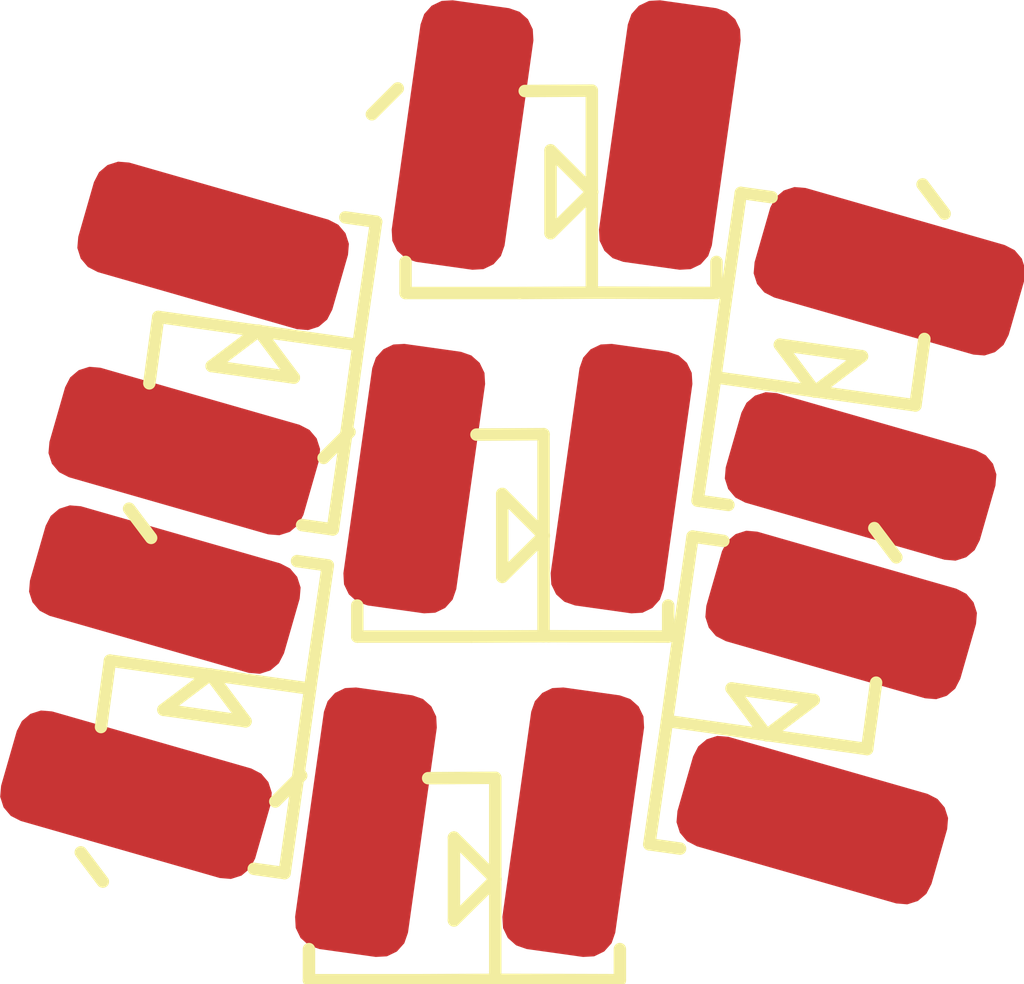
<source format=kicad_pcb>
(kicad_pcb (version 20221018) (generator pcbnew)
  (layers (0 "F.Cu" signal) (31 "B.Cu" signal) (34 "B.Paste" user) (35 "F.Paste" user) (36 "B.SilkS" user "B.Silkscreen") (37 "F.SilkS" user "F.Silkscreen") (38 "B.Mask" user) (39 "F.Mask" user) (44 "Edge.Cuts" user))
  (net 0 "")
  (footprint "Heptachron-Lib:CREE-PLCC2-angled" (layer "F.Cu") (at 148.466 96.683)
    (fp_text reference "D_A1" hide)
    (fp_text value "CLM" hide)
    (fp_line (start -1.575 -0.975) (end -1.825 -0.725) (stroke (width 0.12)) (layer "F.SilkS"))
    (fp_line (start -1.5 1) (end -1.5 0.7) (stroke (width 0.12)) (layer "F.SilkS"))
    (fp_line (start -0.4 1) (end -1.5 1) (stroke (width 0.12)) (layer "F.SilkS"))
    (fp_line (start -0.100922 -0.376844) (end 0.297386 0.021464) (stroke (width 0.12)) (layer "F.SilkS"))
    (fp_line (start -0.100922 0.423156) (end -0.100922 -0.376844) (stroke (width 0.12)) (layer "F.SilkS"))
    (fp_line (start 0.297386 -0.953536) (end -0.35 -0.95) (stroke (width 0.12)) (layer "F.SilkS"))
    (fp_line (start 0.297386 -0.953536) (end 0.297386 0.996464) (stroke (width 0.12)) (layer "F.SilkS"))
    (fp_line (start 0.300922 0.025) (end -0.100922 0.423156) (stroke (width 0.12)) (layer "F.SilkS"))
    (fp_line (start 0.346464 0.996464) (end -0.4 1) (stroke (width 0.12)) (layer "F.SilkS"))
    (fp_line (start 0.346464 0.996464) (end 1.5 1) (stroke (width 0.12)) (layer "F.SilkS"))
    (fp_line (start 1.5 1) (end 1.5 0.7) (stroke (width 0.12)) (layer "F.SilkS"))
    (pad "A" smd roundrect (at -0.95 -0.525 82) (size 2.55 1.1) (layers "F.Cu" "F.Paste" "F.Mask"))
    (pad "K" smd roundrect (at 1.05 -0.525 82) (size 2.55 1.1) (layers "F.Cu" "F.Paste" "F.Mask"))
  )
  (footprint "Heptachron-Lib:CREE-PLCC2-angled" (layer "F.Cu") (at 150.983 98.341 -98)
    (fp_text reference "D_B1" hide)
    (fp_text value "CLM" hide)
    (fp_line (start -1.575 -0.975) (end -1.825 -0.725) (stroke (width 0.12)) (layer "F.SilkS"))
    (fp_line (start -1.5 1) (end -1.5 0.7) (stroke (width 0.12)) (layer "F.SilkS"))
    (fp_line (start -0.4 1) (end -1.5 1) (stroke (width 0.12)) (layer "F.SilkS"))
    (fp_line (start -0.100922 -0.376844) (end 0.297386 0.021464) (stroke (width 0.12)) (layer "F.SilkS"))
    (fp_line (start -0.100922 0.423156) (end -0.100922 -0.376844) (stroke (width 0.12)) (layer "F.SilkS"))
    (fp_line (start 0.297386 -0.953536) (end -0.35 -0.95) (stroke (width 0.12)) (layer "F.SilkS"))
    (fp_line (start 0.297386 -0.953536) (end 0.297386 0.996464) (stroke (width 0.12)) (layer "F.SilkS"))
    (fp_line (start 0.300922 0.025) (end -0.100922 0.423156) (stroke (width 0.12)) (layer "F.SilkS"))
    (fp_line (start 0.346464 0.996464) (end -0.4 1) (stroke (width 0.12)) (layer "F.SilkS"))
    (fp_line (start 0.346464 0.996464) (end 1.5 1) (stroke (width 0.12)) (layer "F.SilkS"))
    (fp_line (start 1.5 1) (end 1.5 0.7) (stroke (width 0.12)) (layer "F.SilkS"))
    (pad "A" smd roundrect (at -0.95 -0.525 344) (size 2.55 1.1) (layers "F.Cu" "F.Paste" "F.Mask"))
    (pad "K" smd roundrect (at 1.05 -0.525 344) (size 2.55 1.1) (layers "F.Cu" "F.Paste" "F.Mask"))
  )
  (footprint "Heptachron-Lib:CREE-PLCC2-angled" (layer "F.Cu") (at 145.017 101.659 82)
    (fp_text reference "D_E1" hide)
    (fp_text value "CLM" hide)
    (fp_line (start -1.575 -0.975) (end -1.825 -0.725) (stroke (width 0.12)) (layer "F.SilkS"))
    (fp_line (start -1.5 1) (end -1.5 0.7) (stroke (width 0.12)) (layer "F.SilkS"))
    (fp_line (start -0.4 1) (end -1.5 1) (stroke (width 0.12)) (layer "F.SilkS"))
    (fp_line (start -0.100922 -0.376844) (end 0.297386 0.021464) (stroke (width 0.12)) (layer "F.SilkS"))
    (fp_line (start -0.100922 0.423156) (end -0.100922 -0.376844) (stroke (width 0.12)) (layer "F.SilkS"))
    (fp_line (start 0.297386 -0.953536) (end -0.35 -0.95) (stroke (width 0.12)) (layer "F.SilkS"))
    (fp_line (start 0.297386 -0.953536) (end 0.297386 0.996464) (stroke (width 0.12)) (layer "F.SilkS"))
    (fp_line (start 0.300922 0.025) (end -0.100922 0.423156) (stroke (width 0.12)) (layer "F.SilkS"))
    (fp_line (start 0.346464 0.996464) (end -0.4 1) (stroke (width 0.12)) (layer "F.SilkS"))
    (fp_line (start 0.346464 0.996464) (end 1.5 1) (stroke (width 0.12)) (layer "F.SilkS"))
    (fp_line (start 1.5 1) (end 1.5 0.7) (stroke (width 0.12)) (layer "F.SilkS"))
    (pad "A" smd roundrect (at -0.95 -0.525 164) (size 2.55 1.1) (layers "F.Cu" "F.Paste" "F.Mask"))
    (pad "K" smd roundrect (at 1.05 -0.525 164) (size 2.55 1.1) (layers "F.Cu" "F.Paste" "F.Mask"))
  )
  (footprint "Heptachron-Lib:CREE-PLCC2-angled" (layer "F.Cu") (at 147.534 103.317)
    (fp_text reference "D_D1" hide)
    (fp_text value "CLM" hide)
    (fp_line (start -1.575 -0.975) (end -1.825 -0.725) (stroke (width 0.12)) (layer "F.SilkS"))
    (fp_line (start -1.5 1) (end -1.5 0.7) (stroke (width 0.12)) (layer "F.SilkS"))
    (fp_line (start -0.4 1) (end -1.5 1) (stroke (width 0.12)) (layer "F.SilkS"))
    (fp_line (start -0.100922 -0.376844) (end 0.297386 0.021464) (stroke (width 0.12)) (layer "F.SilkS"))
    (fp_line (start -0.100922 0.423156) (end -0.100922 -0.376844) (stroke (width 0.12)) (layer "F.SilkS"))
    (fp_line (start 0.297386 -0.953536) (end -0.35 -0.95) (stroke (width 0.12)) (layer "F.SilkS"))
    (fp_line (start 0.297386 -0.953536) (end 0.297386 0.996464) (stroke (width 0.12)) (layer "F.SilkS"))
    (fp_line (start 0.300922 0.025) (end -0.100922 0.423156) (stroke (width 0.12)) (layer "F.SilkS"))
    (fp_line (start 0.346464 0.996464) (end -0.4 1) (stroke (width 0.12)) (layer "F.SilkS"))
    (fp_line (start 0.346464 0.996464) (end 1.5 1) (stroke (width 0.12)) (layer "F.SilkS"))
    (fp_line (start 1.5 1) (end 1.5 0.7) (stroke (width 0.12)) (layer "F.SilkS"))
    (pad "A" smd roundrect (at -0.95 -0.525 82) (size 2.55 1.1) (layers "F.Cu" "F.Paste" "F.Mask"))
    (pad "K" smd roundrect (at 1.05 -0.525 82) (size 2.55 1.1) (layers "F.Cu" "F.Paste" "F.Mask"))
  )
  (footprint "Heptachron-Lib:CREE-PLCC2-angled" (layer "F.Cu") (at 145.483 98.341 82)
    (fp_text reference "D_F1" hide)
    (fp_text value "CLM" hide)
    (fp_line (start -1.575 -0.975) (end -1.825 -0.725) (stroke (width 0.12)) (layer "F.SilkS"))
    (fp_line (start -1.5 1) (end -1.5 0.7) (stroke (width 0.12)) (layer "F.SilkS"))
    (fp_line (start -0.4 1) (end -1.5 1) (stroke (width 0.12)) (layer "F.SilkS"))
    (fp_line (start -0.100922 -0.376844) (end 0.297386 0.021464) (stroke (width 0.12)) (layer "F.SilkS"))
    (fp_line (start -0.100922 0.423156) (end -0.100922 -0.376844) (stroke (width 0.12)) (layer "F.SilkS"))
    (fp_line (start 0.297386 -0.953536) (end -0.35 -0.95) (stroke (width 0.12)) (layer "F.SilkS"))
    (fp_line (start 0.297386 -0.953536) (end 0.297386 0.996464) (stroke (width 0.12)) (layer "F.SilkS"))
    (fp_line (start 0.300922 0.025) (end -0.100922 0.423156) (stroke (width 0.12)) (layer "F.SilkS"))
    (fp_line (start 0.346464 0.996464) (end -0.4 1) (stroke (width 0.12)) (layer "F.SilkS"))
    (fp_line (start 0.346464 0.996464) (end 1.5 1) (stroke (width 0.12)) (layer "F.SilkS"))
    (fp_line (start 1.5 1) (end 1.5 0.7) (stroke (width 0.12)) (layer "F.SilkS"))
    (pad "A" smd roundrect (at -0.95 -0.525 164) (size 2.55 1.1) (layers "F.Cu" "F.Paste" "F.Mask"))
    (pad "K" smd roundrect (at 1.05 -0.525 164) (size 2.55 1.1) (layers "F.Cu" "F.Paste" "F.Mask"))
  )
  (footprint "Heptachron-Lib:CREE-PLCC2-angled" (layer "F.Cu") (at 150.517 101.659 -98)
    (fp_text reference "D_C1" hide)
    (fp_text value "CLM" hide)
    (fp_line (start -1.575 -0.975) (end -1.825 -0.725) (stroke (width 0.12)) (layer "F.SilkS"))
    (fp_line (start -1.5 1) (end -1.5 0.7) (stroke (width 0.12)) (layer "F.SilkS"))
    (fp_line (start -0.4 1) (end -1.5 1) (stroke (width 0.12)) (layer "F.SilkS"))
    (fp_line (start -0.100922 -0.376844) (end 0.297386 0.021464) (stroke (width 0.12)) (layer "F.SilkS"))
    (fp_line (start -0.100922 0.423156) (end -0.100922 -0.376844) (stroke (width 0.12)) (layer "F.SilkS"))
    (fp_line (start 0.297386 -0.953536) (end -0.35 -0.95) (stroke (width 0.12)) (layer "F.SilkS"))
    (fp_line (start 0.297386 -0.953536) (end 0.297386 0.996464) (stroke (width 0.12)) (layer "F.SilkS"))
    (fp_line (start 0.300922 0.025) (end -0.100922 0.423156) (stroke (width 0.12)) (layer "F.SilkS"))
    (fp_line (start 0.346464 0.996464) (end -0.4 1) (stroke (width 0.12)) (layer "F.SilkS"))
    (fp_line (start 0.346464 0.996464) (end 1.5 1) (stroke (width 0.12)) (layer "F.SilkS"))
    (fp_line (start 1.5 1) (end 1.5 0.7) (stroke (width 0.12)) (layer "F.SilkS"))
    (pad "A" smd roundrect (at -0.95 -0.525 344) (size 2.55 1.1) (layers "F.Cu" "F.Paste" "F.Mask"))
    (pad "K" smd roundrect (at 1.05 -0.525 344) (size 2.55 1.1) (layers "F.Cu" "F.Paste" "F.Mask"))
  )
  (footprint "Heptachron-Lib:CREE-PLCC2-angled" (layer "F.Cu") (at 148 100)
    (fp_text reference "D_G1" hide)
    (fp_text value "CLM" hide)
    (fp_line (start -1.575 -0.975) (end -1.825 -0.725) (stroke (width 0.12)) (layer "F.SilkS"))
    (fp_line (start -1.5 1) (end -1.5 0.7) (stroke (width 0.12)) (layer "F.SilkS"))
    (fp_line (start -0.4 1) (end -1.5 1) (stroke (width 0.12)) (layer "F.SilkS"))
    (fp_line (start -0.100922 -0.376844) (end 0.297386 0.021464) (stroke (width 0.12)) (layer "F.SilkS"))
    (fp_line (start -0.100922 0.423156) (end -0.100922 -0.376844) (stroke (width 0.12)) (layer "F.SilkS"))
    (fp_line (start 0.297386 -0.953536) (end -0.35 -0.95) (stroke (width 0.12)) (layer "F.SilkS"))
    (fp_line (start 0.297386 -0.953536) (end 0.297386 0.996464) (stroke (width 0.12)) (layer "F.SilkS"))
    (fp_line (start 0.300922 0.025) (end -0.100922 0.423156) (stroke (width 0.12)) (layer "F.SilkS"))
    (fp_line (start 0.346464 0.996464) (end -0.4 1) (stroke (width 0.12)) (layer "F.SilkS"))
    (fp_line (start 0.346464 0.996464) (end 1.5 1) (stroke (width 0.12)) (layer "F.SilkS"))
    (fp_line (start 1.5 1) (end 1.5 0.7) (stroke (width 0.12)) (layer "F.SilkS"))
    (pad "A" smd roundrect (at -0.95 -0.525 82) (size 2.55 1.1) (layers "F.Cu" "F.Paste" "F.Mask"))
    (pad "K" smd roundrect (at 1.05 -0.525 82) (size 2.55 1.1) (layers "F.Cu" "F.Paste" "F.Mask"))
  )
)
</source>
